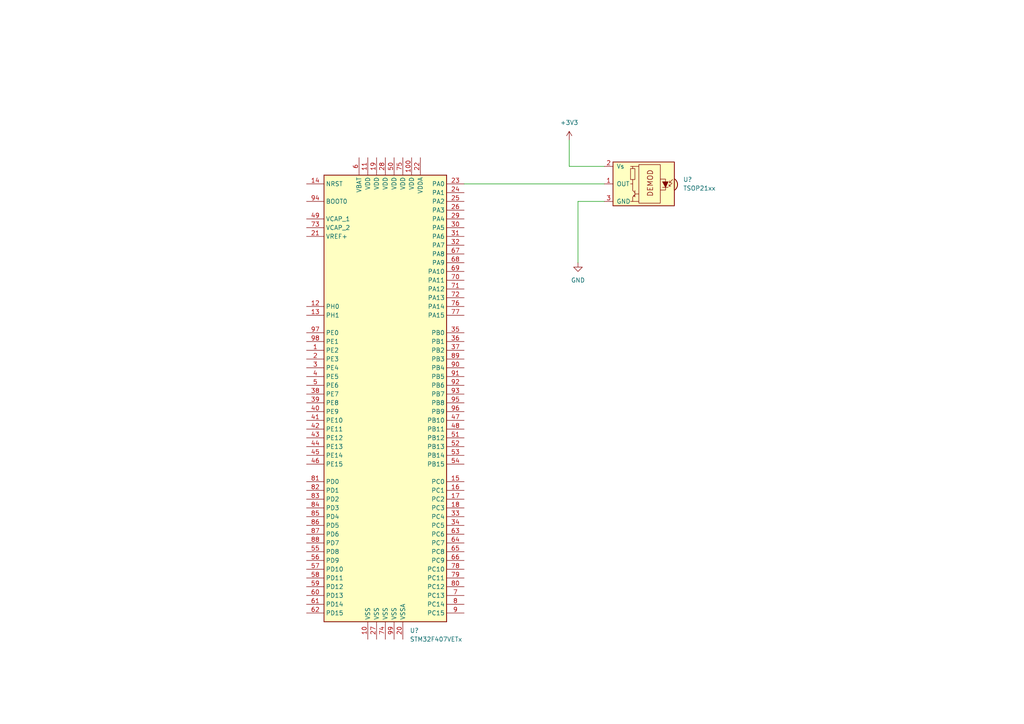
<source format=kicad_sch>
(kicad_sch (version 20211123) (generator eeschema)
  (paper "A4")
  (lib_symbols
    (symbol "Interface_Optical:TSOP21xx" (pin_names (offset 1.016))
      (property "Reference" "U" (at -10.16 7.62 0))
      (property "Value" "TSOP21xx" (at -10.16 -7.62 0))
      (symbol "TSOP21xx_0_0"
        (arc (start -10.287 1.397) (mid -11.0899 -0.1905) (end -10.287 -1.778) (stroke (width 0.254)) (fill (type background)))
        (polyline (pts (xy 1.905 -5.08) (xy 0.127 -5.08)))
        (polyline (pts (xy 1.905 5.08) (xy 0.127 5.08)))
        (text "DEMOD" (at -3.175 0.254 900) (effects (font (size 1.524 1.524))))
      )
      (symbol "TSOP21xx_0_1"
        (rectangle (start -6.096 5.588) (end 0.127 -5.588))
        (polyline (pts (xy -8.763 0.381) (xy -9.652 1.27)))
        (polyline (pts (xy -8.763 0.381) (xy -9.271 0.381)))
        (polyline (pts (xy -8.763 0.381) (xy -8.763 0.889)))
        (polyline (pts (xy -8.636 -0.635) (xy -9.525 0.254)))
        (polyline (pts (xy -8.636 -0.635) (xy -9.144 -0.635)))
        (polyline (pts (xy -8.636 -0.635) (xy -8.636 -0.127)))
        (polyline (pts (xy -8.382 -1.016) (xy -6.731 -1.016)))
        (polyline (pts (xy 1.27 -2.921) (xy 0.127 -2.921)))
        (polyline (pts (xy 1.27 -1.905) (xy 1.27 -3.81)))
        (polyline (pts (xy 1.397 -3.556) (xy 1.524 -3.556)))
        (polyline (pts (xy 1.651 -3.556) (xy 1.524 -3.556)))
        (polyline (pts (xy 1.651 -3.556) (xy 1.651 -3.302)))
        (polyline (pts (xy 1.905 0) (xy 1.905 1.27)))
        (polyline (pts (xy 1.905 4.445) (xy 1.905 5.08) (xy 2.54 5.08)))
        (polyline (pts (xy -8.382 0.635) (xy -6.731 0.635) (xy -7.62 -1.016) (xy -8.382 0.635)) (fill (type outline)))
        (polyline (pts (xy -6.096 1.397) (xy -7.62 1.397) (xy -7.62 -1.778) (xy -6.096 -1.778)))
        (polyline (pts (xy 1.27 -3.175) (xy 1.905 -3.81) (xy 1.905 -5.08) (xy 2.54 -5.08)))
        (polyline (pts (xy 1.27 -2.54) (xy 1.905 -1.905) (xy 1.905 0) (xy 2.54 0)))
        (rectangle (start 2.54 1.27) (end 1.27 4.445))
        (rectangle (start 7.62 6.35) (end -10.16 -6.35) (stroke (width 0.254)) (fill (type background)))
      )
      (symbol "TSOP21xx_1_1"
        (pin output line (at 10.16 0 180) (length 2.54) (name "OUT") (number "1"))
        (pin power_in line (at 10.16 5.08 180) (length 2.54) (name "Vs") (number "2"))
        (pin power_in line (at 10.16 -5.08 180) (length 2.54) (name "GND") (number "3"))
      )
    )
    (symbol "MCU_ST_STM32F4:STM32F407VETx"
      (property "Reference" "U" (at -17.78 64.77 0))
      (property "Value" "STM32F407VETx" (at 12.7 64.77 0))
      (symbol "STM32F407VETx_0_1"
        (rectangle (start -17.78 -66.04) (end 17.78 63.5) (stroke (width 0.254)) (fill (type background)))
      )
      (symbol "STM32F407VETx_1_1"
        (pin bidirectional line (at -22.86 12.7 0) (length 5.08) (name "PE2") (number "1"))
        (pin power_in line (at -5.08 -71.12 90) (length 5.08) (name "VSS") (number "10"))
        (pin power_in line (at 7.62 68.58 270) (length 5.08) (name "VDD") (number "100"))
        (pin power_in line (at -5.08 68.58 270) (length 5.08) (name "VDD") (number "11"))
        (pin input line (at -22.86 25.4 0) (length 5.08) (name "PH0") (number "12"))
        (pin input line (at -22.86 22.86 0) (length 5.08) (name "PH1") (number "13"))
        (pin input line (at -22.86 60.96 0) (length 5.08) (name "NRST") (number "14"))
        (pin bidirectional line (at 22.86 -25.4 180) (length 5.08) (name "PC0") (number "15"))
        (pin bidirectional line (at 22.86 -27.94 180) (length 5.08) (name "PC1") (number "16"))
        (pin bidirectional line (at 22.86 -30.48 180) (length 5.08) (name "PC2") (number "17"))
        (pin bidirectional line (at 22.86 -33.02 180) (length 5.08) (name "PC3") (number "18"))
        (pin power_in line (at -2.54 68.58 270) (length 5.08) (name "VDD") (number "19"))
        (pin bidirectional line (at -22.86 10.16 0) (length 5.08) (name "PE3") (number "2"))
        (pin power_in line (at 5.08 -71.12 90) (length 5.08) (name "VSSA") (number "20"))
        (pin power_in line (at -22.86 45.72 0) (length 5.08) (name "VREF+") (number "21"))
        (pin power_in line (at 10.16 68.58 270) (length 5.08) (name "VDDA") (number "22"))
        (pin bidirectional line (at 22.86 60.96 180) (length 5.08) (name "PA0") (number "23"))
        (pin bidirectional line (at 22.86 58.42 180) (length 5.08) (name "PA1") (number "24"))
        (pin bidirectional line (at 22.86 55.88 180) (length 5.08) (name "PA2") (number "25"))
        (pin bidirectional line (at 22.86 53.34 180) (length 5.08) (name "PA3") (number "26"))
        (pin power_in line (at -2.54 -71.12 90) (length 5.08) (name "VSS") (number "27"))
        (pin power_in line (at 0 68.58 270) (length 5.08) (name "VDD") (number "28"))
        (pin bidirectional line (at 22.86 50.8 180) (length 5.08) (name "PA4") (number "29"))
        (pin bidirectional line (at -22.86 7.62 0) (length 5.08) (name "PE4") (number "3"))
        (pin bidirectional line (at 22.86 48.26 180) (length 5.08) (name "PA5") (number "30"))
        (pin bidirectional line (at 22.86 45.72 180) (length 5.08) (name "PA6") (number "31"))
        (pin bidirectional line (at 22.86 43.18 180) (length 5.08) (name "PA7") (number "32"))
        (pin bidirectional line (at 22.86 -35.56 180) (length 5.08) (name "PC4") (number "33"))
        (pin bidirectional line (at 22.86 -38.1 180) (length 5.08) (name "PC5") (number "34"))
        (pin bidirectional line (at 22.86 17.78 180) (length 5.08) (name "PB0") (number "35"))
        (pin bidirectional line (at 22.86 15.24 180) (length 5.08) (name "PB1") (number "36"))
        (pin bidirectional line (at 22.86 12.7 180) (length 5.08) (name "PB2") (number "37"))
        (pin bidirectional line (at -22.86 0 0) (length 5.08) (name "PE7") (number "38"))
        (pin bidirectional line (at -22.86 -2.54 0) (length 5.08) (name "PE8") (number "39"))
        (pin bidirectional line (at -22.86 5.08 0) (length 5.08) (name "PE5") (number "4"))
        (pin bidirectional line (at -22.86 -5.08 0) (length 5.08) (name "PE9") (number "40"))
        (pin bidirectional line (at -22.86 -7.62 0) (length 5.08) (name "PE10") (number "41"))
        (pin bidirectional line (at -22.86 -10.16 0) (length 5.08) (name "PE11") (number "42"))
        (pin bidirectional line (at -22.86 -12.7 0) (length 5.08) (name "PE12") (number "43"))
        (pin bidirectional line (at -22.86 -15.24 0) (length 5.08) (name "PE13") (number "44"))
        (pin bidirectional line (at -22.86 -17.78 0) (length 5.08) (name "PE14") (number "45"))
        (pin bidirectional line (at -22.86 -20.32 0) (length 5.08) (name "PE15") (number "46"))
        (pin bidirectional line (at 22.86 -7.62 180) (length 5.08) (name "PB10") (number "47"))
        (pin bidirectional line (at 22.86 -10.16 180) (length 5.08) (name "PB11") (number "48"))
        (pin power_in line (at -22.86 50.8 0) (length 5.08) (name "VCAP_1") (number "49"))
        (pin bidirectional line (at -22.86 2.54 0) (length 5.08) (name "PE6") (number "5"))
        (pin power_in line (at 2.54 68.58 270) (length 5.08) (name "VDD") (number "50"))
        (pin bidirectional line (at 22.86 -12.7 180) (length 5.08) (name "PB12") (number "51"))
        (pin bidirectional line (at 22.86 -15.24 180) (length 5.08) (name "PB13") (number "52"))
        (pin bidirectional line (at 22.86 -17.78 180) (length 5.08) (name "PB14") (number "53"))
        (pin bidirectional line (at 22.86 -20.32 180) (length 5.08) (name "PB15") (number "54"))
        (pin bidirectional line (at -22.86 -45.72 0) (length 5.08) (name "PD8") (number "55"))
        (pin bidirectional line (at -22.86 -48.26 0) (length 5.08) (name "PD9") (number "56"))
        (pin bidirectional line (at -22.86 -50.8 0) (length 5.08) (name "PD10") (number "57"))
        (pin bidirectional line (at -22.86 -53.34 0) (length 5.08) (name "PD11") (number "58"))
        (pin bidirectional line (at -22.86 -55.88 0) (length 5.08) (name "PD12") (number "59"))
        (pin power_in line (at -7.62 68.58 270) (length 5.08) (name "VBAT") (number "6"))
        (pin bidirectional line (at -22.86 -58.42 0) (length 5.08) (name "PD13") (number "60"))
        (pin bidirectional line (at -22.86 -60.96 0) (length 5.08) (name "PD14") (number "61"))
        (pin bidirectional line (at -22.86 -63.5 0) (length 5.08) (name "PD15") (number "62"))
        (pin bidirectional line (at 22.86 -40.64 180) (length 5.08) (name "PC6") (number "63"))
        (pin bidirectional line (at 22.86 -43.18 180) (length 5.08) (name "PC7") (number "64"))
        (pin bidirectional line (at 22.86 -45.72 180) (length 5.08) (name "PC8") (number "65"))
        (pin bidirectional line (at 22.86 -48.26 180) (length 5.08) (name "PC9") (number "66"))
        (pin bidirectional line (at 22.86 40.64 180) (length 5.08) (name "PA8") (number "67"))
        (pin bidirectional line (at 22.86 38.1 180) (length 5.08) (name "PA9") (number "68"))
        (pin bidirectional line (at 22.86 35.56 180) (length 5.08) (name "PA10") (number "69"))
        (pin bidirectional line (at 22.86 -58.42 180) (length 5.08) (name "PC13") (number "7"))
        (pin bidirectional line (at 22.86 33.02 180) (length 5.08) (name "PA11") (number "70"))
        (pin bidirectional line (at 22.86 30.48 180) (length 5.08) (name "PA12") (number "71"))
        (pin bidirectional line (at 22.86 27.94 180) (length 5.08) (name "PA13") (number "72"))
        (pin power_in line (at -22.86 48.26 0) (length 5.08) (name "VCAP_2") (number "73"))
        (pin power_in line (at 0 -71.12 90) (length 5.08) (name "VSS") (number "74"))
        (pin power_in line (at 5.08 68.58 270) (length 5.08) (name "VDD") (number "75"))
        (pin bidirectional line (at 22.86 25.4 180) (length 5.08) (name "PA14") (number "76"))
        (pin bidirectional line (at 22.86 22.86 180) (length 5.08) (name "PA15") (number "77"))
        (pin bidirectional line (at 22.86 -50.8 180) (length 5.08) (name "PC10") (number "78"))
        (pin bidirectional line (at 22.86 -53.34 180) (length 5.08) (name "PC11") (number "79"))
        (pin bidirectional line (at 22.86 -60.96 180) (length 5.08) (name "PC14") (number "8"))
        (pin bidirectional line (at 22.86 -55.88 180) (length 5.08) (name "PC12") (number "80"))
        (pin bidirectional line (at -22.86 -25.4 0) (length 5.08) (name "PD0") (number "81"))
        (pin bidirectional line (at -22.86 -27.94 0) (length 5.08) (name "PD1") (number "82"))
        (pin bidirectional line (at -22.86 -30.48 0) (length 5.08) (name "PD2") (number "83"))
        (pin bidirectional line (at -22.86 -33.02 0) (length 5.08) (name "PD3") (number "84"))
        (pin bidirectional line (at -22.86 -35.56 0) (length 5.08) (name "PD4") (number "85"))
        (pin bidirectional line (at -22.86 -38.1 0) (length 5.08) (name "PD5") (number "86"))
        (pin bidirectional line (at -22.86 -40.64 0) (length 5.08) (name "PD6") (number "87"))
        (pin bidirectional line (at -22.86 -43.18 0) (length 5.08) (name "PD7") (number "88"))
        (pin bidirectional line (at 22.86 10.16 180) (length 5.08) (name "PB3") (number "89"))
        (pin bidirectional line (at 22.86 -63.5 180) (length 5.08) (name "PC15") (number "9"))
        (pin bidirectional line (at 22.86 7.62 180) (length 5.08) (name "PB4") (number "90"))
        (pin bidirectional line (at 22.86 5.08 180) (length 5.08) (name "PB5") (number "91"))
        (pin bidirectional line (at 22.86 2.54 180) (length 5.08) (name "PB6") (number "92"))
        (pin bidirectional line (at 22.86 0 180) (length 5.08) (name "PB7") (number "93"))
        (pin input line (at -22.86 55.88 0) (length 5.08) (name "BOOT0") (number "94"))
        (pin bidirectional line (at 22.86 -2.54 180) (length 5.08) (name "PB8") (number "95"))
        (pin bidirectional line (at 22.86 -5.08 180) (length 5.08) (name "PB9") (number "96"))
        (pin bidirectional line (at -22.86 17.78 0) (length 5.08) (name "PE0") (number "97"))
        (pin bidirectional line (at -22.86 15.24 0) (length 5.08) (name "PE1") (number "98"))
        (pin power_in line (at 2.54 -71.12 90) (length 5.08) (name "VSS") (number "99"))
      )
    )
    (symbol "power:+3.3V" (power) (pin_names (offset 0))
      (property "Value" "+3.3V" (at 0 3.556 0))
      (symbol "+3.3V_0_1"
        (polyline (pts (xy -0.762 1.27) (xy 0 2.54)))
        (polyline (pts (xy 0 0) (xy 0 2.54)))
        (polyline (pts (xy 0 2.54) (xy 0.762 1.27)))
      )
      (symbol "+3.3V_1_1"
        (pin power_in line (at 0 0 90) (length 0) hide (name "+3V3") (number "1"))
      )
    )
    (symbol "power:GND" (power) (pin_names (offset 0))
      (property "Value" "GND" (at 0 -3.81 0))
      (symbol "GND_0_1"
        (polyline (pts (xy 0 0) (xy 0 -1.27) (xy 1.27 -1.27) (xy 0 -2.54) (xy -1.27 -1.27) (xy 0 -1.27)))
      )
      (symbol "GND_1_1"
        (pin power_in line (at 0 0 270) (length 0) hide (name "GND") (number "1"))
      )
    )
  )
  (wire (pts (xy 167.64 58.42) (xy 167.64 76.2)))
  (wire (pts (xy 175.26 58.42) (xy 167.64 58.42)))
  (wire (pts (xy 165.1 48.26) (xy 175.26 48.26)))
  (wire (pts (xy 134.62 53.34) (xy 175.26 53.34)))
  (wire (pts (xy 165.1 40.64) (xy 165.1 48.26)))
  (symbol (lib_id "power:+3.3V") (at 165.1 40.64 0) (unit 1)
    (property "Reference" "#PWR?" (effects hide))
    (property "Value" "+3.3V" (at 165.1 35.56 0))
  )
  (symbol (lib_id "MCU_ST_STM32F4:STM32F407VETx") (at 111.76 114.3 0) (unit 1)
    (property "Reference" "U?" (at 118.8594 182.88 0) (effects (justify left)))
    (property "Value" "STM32F407VETx" (at 118.8594 185.42 0) (effects (justify left)))
    (property "Footprint" "Package_QFP:LQFP-100_14x14mm_P0.5mm" (effects hide))
    (property "Datasheet" "http://www.st.com/st-web-ui/static/active/en/resource/technical/document/datasheet/DM00037051.pdf" (effects hide))
  )
  (symbol (lib_id "Interface_Optical:TSOP21xx") (at 185.42 53.34 0) (mirror y) (unit 1)
    (property "Reference" "U?" (at 198.12 52.0699 0) (effects (justify right)))
    (property "Value" "TSOP21xx" (at 198.12 54.6099 0) (effects (justify right)))
    (property "Footprint" "OptoDevice:Vishay_MOLD-3Pin" (effects hide))
    (property "Datasheet" "http://www.vishay.com/docs/82460/tsop45.pdf" (effects hide))
  )
  (symbol (lib_id "power:GND") (at 167.64 76.2 0) (unit 1)
    (property "Reference" "#PWR?" (effects hide))
    (property "Value" "GND" (at 167.64 81.28 0))
  )
)
</source>
